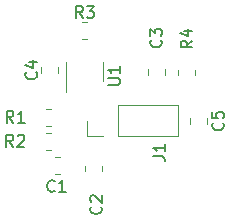
<source format=gbr>
%TF.GenerationSoftware,KiCad,Pcbnew,6.0.7-f9a2dced07~116~ubuntu20.04.1*%
%TF.CreationDate,2022-09-22T11:15:32+02:00*%
%TF.ProjectId,piezo_sensor_amplifier,7069657a-6f5f-4736-956e-736f725f616d,1.0*%
%TF.SameCoordinates,Original*%
%TF.FileFunction,Legend,Top*%
%TF.FilePolarity,Positive*%
%FSLAX46Y46*%
G04 Gerber Fmt 4.6, Leading zero omitted, Abs format (unit mm)*
G04 Created by KiCad (PCBNEW 6.0.7-f9a2dced07~116~ubuntu20.04.1) date 2022-09-22 11:15:32*
%MOMM*%
%LPD*%
G01*
G04 APERTURE LIST*
%ADD10C,0.150000*%
%ADD11C,0.120000*%
G04 APERTURE END LIST*
D10*
%TO.C,C3*%
X102977142Y-94776666D02*
X103024761Y-94824285D01*
X103072380Y-94967142D01*
X103072380Y-95062380D01*
X103024761Y-95205238D01*
X102929523Y-95300476D01*
X102834285Y-95348095D01*
X102643809Y-95395714D01*
X102500952Y-95395714D01*
X102310476Y-95348095D01*
X102215238Y-95300476D01*
X102120000Y-95205238D01*
X102072380Y-95062380D01*
X102072380Y-94967142D01*
X102120000Y-94824285D01*
X102167619Y-94776666D01*
X102072380Y-94443333D02*
X102072380Y-93824285D01*
X102453333Y-94157619D01*
X102453333Y-94014761D01*
X102500952Y-93919523D01*
X102548571Y-93871904D01*
X102643809Y-93824285D01*
X102881904Y-93824285D01*
X102977142Y-93871904D01*
X103024761Y-93919523D01*
X103072380Y-94014761D01*
X103072380Y-94300476D01*
X103024761Y-94395714D01*
X102977142Y-94443333D01*
%TO.C,R2*%
X90469333Y-103804380D02*
X90136000Y-103328190D01*
X89897904Y-103804380D02*
X89897904Y-102804380D01*
X90278857Y-102804380D01*
X90374095Y-102852000D01*
X90421714Y-102899619D01*
X90469333Y-102994857D01*
X90469333Y-103137714D01*
X90421714Y-103232952D01*
X90374095Y-103280571D01*
X90278857Y-103328190D01*
X89897904Y-103328190D01*
X90850285Y-102899619D02*
X90897904Y-102852000D01*
X90993142Y-102804380D01*
X91231238Y-102804380D01*
X91326476Y-102852000D01*
X91374095Y-102899619D01*
X91421714Y-102994857D01*
X91421714Y-103090095D01*
X91374095Y-103232952D01*
X90802666Y-103804380D01*
X91421714Y-103804380D01*
%TO.C,J1*%
X102332380Y-104623333D02*
X103046666Y-104623333D01*
X103189523Y-104670952D01*
X103284761Y-104766190D01*
X103332380Y-104909047D01*
X103332380Y-105004285D01*
X103332380Y-103623333D02*
X103332380Y-104194761D01*
X103332380Y-103909047D02*
X102332380Y-103909047D01*
X102475238Y-104004285D01*
X102570476Y-104099523D01*
X102618095Y-104194761D01*
%TO.C,C2*%
X97893142Y-108878666D02*
X97940761Y-108926285D01*
X97988380Y-109069142D01*
X97988380Y-109164380D01*
X97940761Y-109307238D01*
X97845523Y-109402476D01*
X97750285Y-109450095D01*
X97559809Y-109497714D01*
X97416952Y-109497714D01*
X97226476Y-109450095D01*
X97131238Y-109402476D01*
X97036000Y-109307238D01*
X96988380Y-109164380D01*
X96988380Y-109069142D01*
X97036000Y-108926285D01*
X97083619Y-108878666D01*
X97083619Y-108497714D02*
X97036000Y-108450095D01*
X96988380Y-108354857D01*
X96988380Y-108116761D01*
X97036000Y-108021523D01*
X97083619Y-107973904D01*
X97178857Y-107926285D01*
X97274095Y-107926285D01*
X97416952Y-107973904D01*
X97988380Y-108545333D01*
X97988380Y-107926285D01*
%TO.C,C1*%
X93981333Y-107545142D02*
X93933714Y-107592761D01*
X93790857Y-107640380D01*
X93695619Y-107640380D01*
X93552761Y-107592761D01*
X93457523Y-107497523D01*
X93409904Y-107402285D01*
X93362285Y-107211809D01*
X93362285Y-107068952D01*
X93409904Y-106878476D01*
X93457523Y-106783238D01*
X93552761Y-106688000D01*
X93695619Y-106640380D01*
X93790857Y-106640380D01*
X93933714Y-106688000D01*
X93981333Y-106735619D01*
X94933714Y-107640380D02*
X94362285Y-107640380D01*
X94648000Y-107640380D02*
X94648000Y-106640380D01*
X94552761Y-106783238D01*
X94457523Y-106878476D01*
X94362285Y-106926095D01*
%TO.C,C5*%
X108209142Y-101788166D02*
X108256761Y-101835785D01*
X108304380Y-101978642D01*
X108304380Y-102073880D01*
X108256761Y-102216738D01*
X108161523Y-102311976D01*
X108066285Y-102359595D01*
X107875809Y-102407214D01*
X107732952Y-102407214D01*
X107542476Y-102359595D01*
X107447238Y-102311976D01*
X107352000Y-102216738D01*
X107304380Y-102073880D01*
X107304380Y-101978642D01*
X107352000Y-101835785D01*
X107399619Y-101788166D01*
X107304380Y-100883404D02*
X107304380Y-101359595D01*
X107780571Y-101407214D01*
X107732952Y-101359595D01*
X107685333Y-101264357D01*
X107685333Y-101026261D01*
X107732952Y-100931023D01*
X107780571Y-100883404D01*
X107875809Y-100835785D01*
X108113904Y-100835785D01*
X108209142Y-100883404D01*
X108256761Y-100931023D01*
X108304380Y-101026261D01*
X108304380Y-101264357D01*
X108256761Y-101359595D01*
X108209142Y-101407214D01*
%TO.C,C4*%
X92406742Y-97491666D02*
X92454361Y-97539285D01*
X92501980Y-97682142D01*
X92501980Y-97777380D01*
X92454361Y-97920238D01*
X92359123Y-98015476D01*
X92263885Y-98063095D01*
X92073409Y-98110714D01*
X91930552Y-98110714D01*
X91740076Y-98063095D01*
X91644838Y-98015476D01*
X91549600Y-97920238D01*
X91501980Y-97777380D01*
X91501980Y-97682142D01*
X91549600Y-97539285D01*
X91597219Y-97491666D01*
X91835314Y-96634523D02*
X92501980Y-96634523D01*
X91454361Y-96872619D02*
X92168647Y-97110714D01*
X92168647Y-96491666D01*
%TO.C,R4*%
X105642380Y-94836666D02*
X105166190Y-95170000D01*
X105642380Y-95408095D02*
X104642380Y-95408095D01*
X104642380Y-95027142D01*
X104690000Y-94931904D01*
X104737619Y-94884285D01*
X104832857Y-94836666D01*
X104975714Y-94836666D01*
X105070952Y-94884285D01*
X105118571Y-94931904D01*
X105166190Y-95027142D01*
X105166190Y-95408095D01*
X104975714Y-93979523D02*
X105642380Y-93979523D01*
X104594761Y-94217619D02*
X105309047Y-94455714D01*
X105309047Y-93836666D01*
%TO.C,R1*%
X90481333Y-101774380D02*
X90148000Y-101298190D01*
X89909904Y-101774380D02*
X89909904Y-100774380D01*
X90290857Y-100774380D01*
X90386095Y-100822000D01*
X90433714Y-100869619D01*
X90481333Y-100964857D01*
X90481333Y-101107714D01*
X90433714Y-101202952D01*
X90386095Y-101250571D01*
X90290857Y-101298190D01*
X89909904Y-101298190D01*
X91433714Y-101774380D02*
X90862285Y-101774380D01*
X91148000Y-101774380D02*
X91148000Y-100774380D01*
X91052761Y-100917238D01*
X90957523Y-101012476D01*
X90862285Y-101060095D01*
%TO.C,U1*%
X98512380Y-98576404D02*
X99321904Y-98576404D01*
X99417142Y-98528785D01*
X99464761Y-98481166D01*
X99512380Y-98385928D01*
X99512380Y-98195452D01*
X99464761Y-98100214D01*
X99417142Y-98052595D01*
X99321904Y-98004976D01*
X98512380Y-98004976D01*
X99512380Y-97004976D02*
X99512380Y-97576404D01*
X99512380Y-97290690D02*
X98512380Y-97290690D01*
X98655238Y-97385928D01*
X98750476Y-97481166D01*
X98798095Y-97576404D01*
%TO.C,R3*%
X96369333Y-92908380D02*
X96036000Y-92432190D01*
X95797904Y-92908380D02*
X95797904Y-91908380D01*
X96178857Y-91908380D01*
X96274095Y-91956000D01*
X96321714Y-92003619D01*
X96369333Y-92098857D01*
X96369333Y-92241714D01*
X96321714Y-92336952D01*
X96274095Y-92384571D01*
X96178857Y-92432190D01*
X95797904Y-92432190D01*
X96702666Y-91908380D02*
X97321714Y-91908380D01*
X96988380Y-92289333D01*
X97131238Y-92289333D01*
X97226476Y-92336952D01*
X97274095Y-92384571D01*
X97321714Y-92479809D01*
X97321714Y-92717904D01*
X97274095Y-92813142D01*
X97226476Y-92860761D01*
X97131238Y-92908380D01*
X96845523Y-92908380D01*
X96750285Y-92860761D01*
X96702666Y-92813142D01*
D11*
%TO.C,C3*%
X103351000Y-97253248D02*
X103351000Y-97775752D01*
X101881000Y-97253248D02*
X101881000Y-97775752D01*
%TO.C,R2*%
X93244936Y-104113000D02*
X93699064Y-104113000D01*
X93244936Y-102643000D02*
X93699064Y-102643000D01*
%TO.C,J1*%
X99314000Y-102930000D02*
X104454000Y-102930000D01*
X99314000Y-100270000D02*
X104454000Y-100270000D01*
X96714000Y-102930000D02*
X96714000Y-101600000D01*
X98044000Y-102930000D02*
X96714000Y-102930000D01*
X99314000Y-102930000D02*
X99314000Y-100270000D01*
X104454000Y-102930000D02*
X104454000Y-100270000D01*
%TO.C,C2*%
X96547000Y-105452936D02*
X96547000Y-105907064D01*
X98017000Y-105452936D02*
X98017000Y-105907064D01*
%TO.C,C1*%
X93990936Y-104675000D02*
X94445064Y-104675000D01*
X93990936Y-106145000D02*
X94445064Y-106145000D01*
%TO.C,C5*%
X105437000Y-101360248D02*
X105437000Y-101882752D01*
X106907000Y-101360248D02*
X106907000Y-101882752D01*
%TO.C,C4*%
X94308600Y-97042248D02*
X94308600Y-97564752D01*
X92838600Y-97042248D02*
X92838600Y-97564752D01*
%TO.C,R4*%
X104421000Y-97324936D02*
X104421000Y-97779064D01*
X105891000Y-97324936D02*
X105891000Y-97779064D01*
%TO.C,R1*%
X93699064Y-100611000D02*
X93244936Y-100611000D01*
X93699064Y-102081000D02*
X93244936Y-102081000D01*
%TO.C,U1*%
X94960000Y-97414500D02*
X94960000Y-99214500D01*
X98080000Y-97414500D02*
X98080000Y-98214500D01*
X98080000Y-97414500D02*
X98080000Y-96614500D01*
X94960000Y-97414500D02*
X94960000Y-96614500D01*
%TO.C,R3*%
X96763064Y-94715000D02*
X96308936Y-94715000D01*
X96763064Y-93245000D02*
X96308936Y-93245000D01*
%TD*%
M02*

</source>
